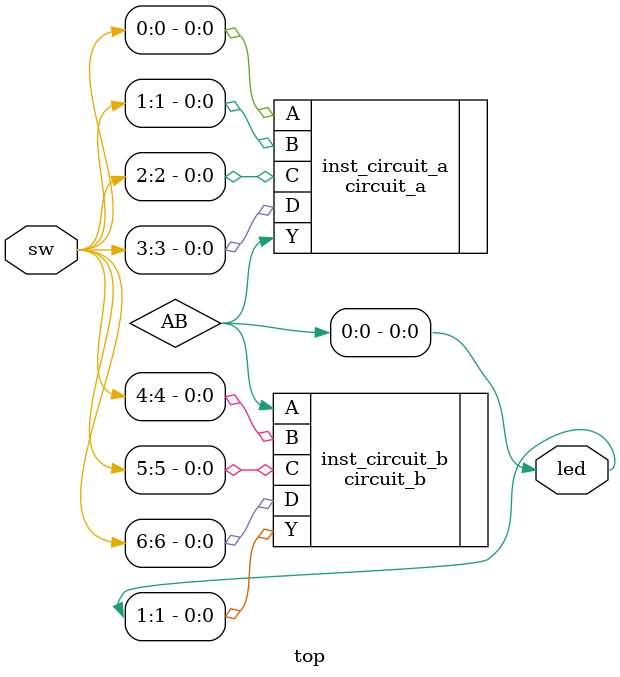
<source format=v>
module top(
    input [6:0] sw,
    output [1:0] led
);
    wire AB;
    
    circuit_a inst_circuit_a (
        .A(sw[0]), 
        .B(sw[1]), 
        .C(sw[2]),
        .D(sw[3]), 
        .Y(AB)
    );
    
    assign led[0] = AB;
    
    circuit_b inst_circuit_b (
        .A(AB), 
        .B(sw[4]), 
        .C(sw[5]),
        .D(sw[6]), 
        .Y(led[1])
    );

endmodule
</source>
